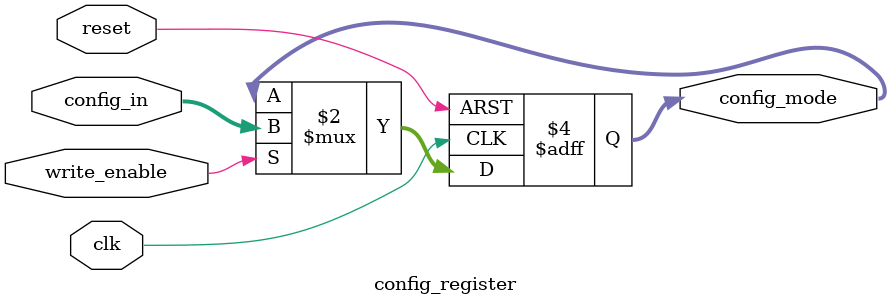
<source format=v>
module config_register (
    input wire clk,                
    input wire reset,                
    input wire write_enable,         // write strobe from host/testbench
    input wire [4:0] config_in,      // New config value to store
    output reg [4:0] config_mode     // Current config value
);

    // On reset, clear config_mode to default (FIR only)
    // On write_enable, update config_mode with config_in
    always @(posedge clk or posedge reset) begin
        if (reset)
            config_mode <= 5'b00000; // Default: FIR mode, all features off
        else if (write_enable)
            config_mode <= config_in;
    end

endmodule
</source>
